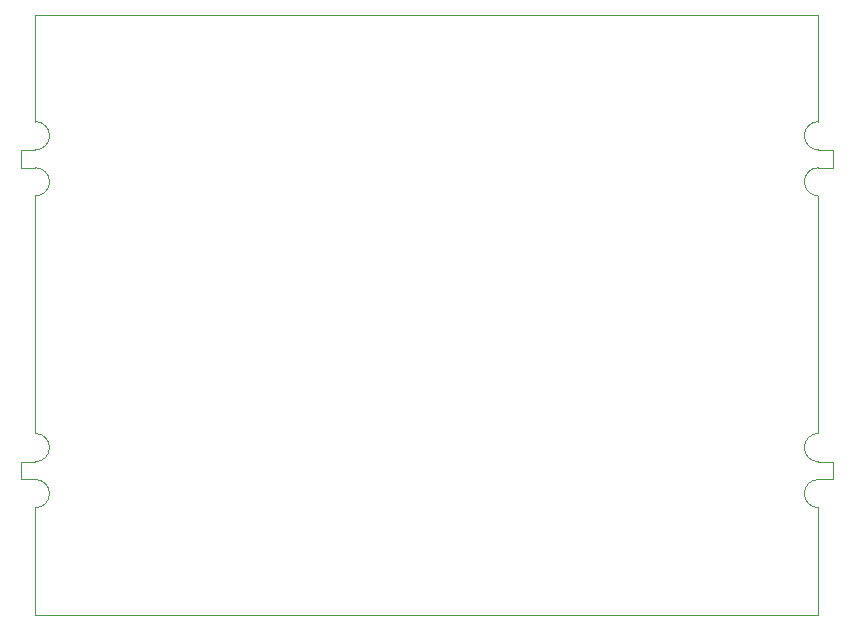
<source format=gm1>
G04 #@! TF.GenerationSoftware,KiCad,Pcbnew,8.0.8*
G04 #@! TF.CreationDate,2025-02-19T14:00:37-05:00*
G04 #@! TF.ProjectId,plot_gerbers,706c6f74-5f67-4657-9262-6572732e6b69,rev?*
G04 #@! TF.SameCoordinates,Original*
G04 #@! TF.FileFunction,Profile,NP*
%FSLAX46Y46*%
G04 Gerber Fmt 4.6, Leading zero omitted, Abs format (unit mm)*
G04 Created by KiCad (PCBNEW 8.0.8) date 2025-02-19 14:00:37*
%MOMM*%
%LPD*%
G01*
G04 APERTURE LIST*
G04 #@! TA.AperFunction,Profile*
%ADD10C,0.050000*%
G04 #@! TD*
G04 APERTURE END LIST*
D10*
X108120000Y-83350000D02*
G75*
G02*
X109320000Y-84550000I27J-1199973D01*
G01*
X174420000Y-108250000D02*
G75*
G02*
X173220000Y-107050000I-27J1199973D01*
G01*
X108120000Y-70400000D02*
X108120000Y-79450000D01*
X109320000Y-110950000D02*
G75*
G02*
X108120000Y-112150000I-1200065J65D01*
G01*
X174420000Y-112150000D02*
G75*
G02*
X173220000Y-110950000I-27J1199973D01*
G01*
X108120000Y-105850000D02*
G75*
G02*
X109320000Y-107050000I27J-1199973D01*
G01*
X173220000Y-110950000D02*
G75*
G02*
X174420000Y-109750000I1200065J-65D01*
G01*
X174420000Y-109750000D02*
X175670000Y-109750000D01*
X108120000Y-108250000D02*
X106870000Y-108250000D01*
X175670000Y-81850000D02*
X175670000Y-83350000D01*
X174420000Y-83350000D02*
X175670000Y-83350000D01*
X109320000Y-84550000D02*
G75*
G02*
X108120000Y-85750000I-1200065J65D01*
G01*
X108120000Y-112150000D02*
X108120000Y-121200000D01*
X109320000Y-107050000D02*
G75*
G02*
X108120000Y-108250000I-1200065J65D01*
G01*
X174420000Y-81850000D02*
X175670000Y-81850000D01*
X106870000Y-109750000D02*
X106870000Y-108250000D01*
X108120000Y-109750000D02*
G75*
G02*
X109320000Y-110950000I27J-1199973D01*
G01*
X174420000Y-81850000D02*
G75*
G02*
X173220000Y-80650000I-27J1199973D01*
G01*
X174420000Y-85750000D02*
G75*
G02*
X173220000Y-84550000I-27J1199973D01*
G01*
X175670000Y-108250000D02*
X175670000Y-109750000D01*
X174420000Y-108250000D02*
X175670000Y-108250000D01*
X108120000Y-109750000D02*
X106870000Y-109750000D01*
X174420000Y-79450000D02*
X174420000Y-70400000D01*
X108120000Y-83350000D02*
X106870000Y-83350000D01*
X173220000Y-80650000D02*
G75*
G02*
X174420000Y-79450000I1200065J-65D01*
G01*
X108120000Y-121200000D02*
X174420000Y-121200000D01*
X108120000Y-79450000D02*
G75*
G02*
X109320000Y-80650000I27J-1199973D01*
G01*
X173220000Y-107050000D02*
G75*
G02*
X174420000Y-105850000I1200065J-65D01*
G01*
X174420000Y-105850000D02*
X174420000Y-85750000D01*
X174420000Y-121200000D02*
X174420000Y-112150000D01*
X106870000Y-83350000D02*
X106870000Y-81850000D01*
X173220000Y-84550000D02*
G75*
G02*
X174420000Y-83350000I1200065J-65D01*
G01*
X108120000Y-70400000D02*
X174420000Y-70400000D01*
X108120000Y-81850000D02*
X106870000Y-81850000D01*
X109320000Y-80650000D02*
G75*
G02*
X108120000Y-81850000I-1200065J65D01*
G01*
X108120000Y-85750000D02*
X108120000Y-105850000D01*
M02*

</source>
